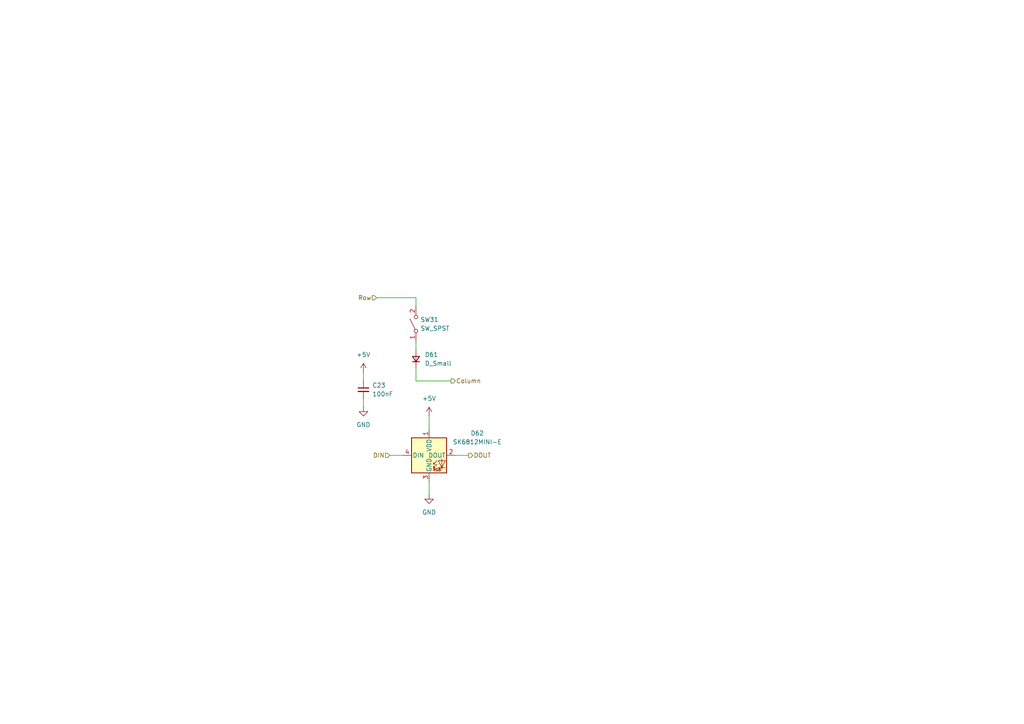
<source format=kicad_sch>
(kicad_sch (version 20250114) (generator "eeschema") (generator_version "9.0")
  (paper "A4")
  (lib_symbols
    (symbol "Device:C_Small" (pin_numbers (hide yes)) (pin_names (offset 0.254) (hide yes))
      (property "Reference" "C" (at 0.254 1.778 0))
      (property "Value" "C_Small" (at 0.254 -2.032 0))
      (symbol "C_Small_0_1"
        (polyline (pts (xy -1.524 0.508) (xy 1.524 0.508)) (stroke (width 0.3048)))
        (polyline (pts (xy -1.524 -0.508) (xy 1.524 -0.508)) (stroke (width 0.3302)))
      )
      (symbol "C_Small_1_1"
        (pin passive line (at 0 2.54 270) (length 2.032) (name "~") (number "1"))
        (pin passive line (at 0 -2.54 90) (length 2.032) (name "~") (number "2"))
      )
    )
    (symbol "Device:D_Small" (pin_numbers (hide yes)) (pin_names (offset 0.254) (hide yes))
      (property "Reference" "D" (at -1.27 2.032 0))
      (property "Value" "D_Small" (at -3.81 -2.032 0))
      (symbol "D_Small_0_1"
        (polyline (pts (xy -0.762 0) (xy 0.762 0)))
        (polyline (pts (xy -0.762 -1.016) (xy -0.762 1.016)) (stroke (width 0.254)))
        (polyline (pts (xy 0.762 -1.016) (xy -0.762 0) (xy 0.762 1.016) (xy 0.762 -1.016)) (stroke (width 0.254)))
      )
      (symbol "D_Small_1_1"
        (pin passive line (at -2.54 0 0) (length 1.778) (name "K") (number "1"))
        (pin passive line (at 2.54 0 180) (length 1.778) (name "A") (number "2"))
      )
    )
    (symbol "SW-Adafruit:SK6812MINI-E" (pin_names (offset 0.254))
      (property "Reference" "D" (at 5.08 5.715 0))
      (property "Value" "SK6812MINI-E" (at 1.27 -5.715 0))
      (symbol "SK6812MINI-E_0_0"
        (text "RGB" (at 2.286 -4.191 0) (effects (font (size 0.762 0.762))))
      )
      (symbol "SK6812MINI-E_0_1"
        (polyline (pts (xy 1.27 -2.54) (xy 1.778 -2.54)))
        (polyline (pts (xy 1.27 -3.556) (xy 1.778 -3.556)))
        (polyline (pts (xy 2.286 -1.524) (xy 1.27 -2.54) (xy 1.27 -2.032)))
        (polyline (pts (xy 2.286 -2.54) (xy 1.27 -3.556) (xy 1.27 -3.048)))
        (polyline (pts (xy 3.683 -1.016) (xy 3.683 -3.556) (xy 3.683 -4.064)))
        (polyline (pts (xy 4.699 -1.524) (xy 2.667 -1.524) (xy 3.683 -3.556) (xy 4.699 -1.524)))
        (polyline (pts (xy 4.699 -3.556) (xy 2.667 -3.556)))
        (rectangle (start 5.08 5.08) (end -5.08 -5.08) (stroke (width 0.254)) (fill (type background)))
      )
      (symbol "SK6812MINI-E_1_1"
        (pin input line (at -7.62 0 0) (length 2.54) (name "DIN") (number "4"))
        (pin power_in line (at 0 7.62 270) (length 2.54) (name "VDD") (number "1"))
        (pin power_in line (at 0 -7.62 90) (length 2.54) (name "GND") (number "3"))
        (pin output line (at 7.62 0 180) (length 2.54) (name "DOUT") (number "2"))
      )
    )
    (symbol "Switch:SW_SPST" (pin_names (offset 0) (hide yes))
      (property "Reference" "SW" (at 0 3.175 0))
      (property "Value" "SW_SPST" (at 0 -2.54 0))
      (symbol "SW_SPST_0_0"
        (circle (center -2.032 0) (radius 0.508))
        (polyline (pts (xy -1.524 0.254) (xy 1.524 1.778)))
        (circle (center 2.032 0) (radius 0.508))
      )
      (symbol "SW_SPST_1_1"
        (pin passive line (at -5.08 0 0) (length 2.54) (name "A") (number "1"))
        (pin passive line (at 5.08 0 180) (length 2.54) (name "B") (number "2"))
      )
    )
    (symbol "power:+5V" (power) (pin_numbers (hide yes)) (pin_names (offset 0) (hide yes))
      (property "Value" "+5V" (at 0 3.556 0))
      (symbol "+5V_0_1"
        (polyline (pts (xy -0.762 1.27) (xy 0 2.54)))
        (polyline (pts (xy 0 2.54) (xy 0.762 1.27)))
        (polyline (pts (xy 0 0) (xy 0 2.54)))
      )
      (symbol "+5V_1_1"
        (pin power_in line (at 0 0 90) (length 0) (name "~") (number "1"))
      )
    )
    (symbol "power:GND" (power) (pin_numbers (hide yes)) (pin_names (offset 0) (hide yes))
      (property "Value" "GND" (at 0 -3.81 0))
      (symbol "GND_0_1"
        (polyline (pts (xy 0 0) (xy 0 -1.27) (xy 1.27 -1.27) (xy 0 -2.54) (xy -1.27 -1.27) (xy 0 -1.27)))
      )
      (symbol "GND_1_1"
        (pin power_in line (at 0 0 270) (length 0) (name "~") (number "1"))
      )
    )
  )
  (wire (pts (xy 120.65 86.36) (xy 120.65 88.9)))
  (wire (pts (xy 120.65 110.49) (xy 130.81 110.49)))
  (wire (pts (xy 120.65 99.06) (xy 120.65 101.6)))
  (wire (pts (xy 132.08 132.08) (xy 135.89 132.08)))
  (wire (pts (xy 109.22 86.36) (xy 120.65 86.36)))
  (wire (pts (xy 113.03 132.08) (xy 116.84 132.08)))
  (wire (pts (xy 124.46 139.7) (xy 124.46 143.51)))
  (wire (pts (xy 124.46 120.65) (xy 124.46 124.46)))
  (wire (pts (xy 105.41 115.57) (xy 105.41 118.11)))
  (wire (pts (xy 105.41 107.95) (xy 105.41 110.49)))
  (wire (pts (xy 120.65 106.68) (xy 120.65 110.49)))
  (hierarchical_label "DOUT" (shape output) (at 135.89 132.08 0))
  (hierarchical_label "Column" (shape output) (at 130.81 110.49 0))
  (hierarchical_label "DIN" (shape input) (at 113.03 132.08 180))
  (hierarchical_label "Row" (shape input) (at 109.22 86.36 180))
  (symbol (lib_id "Device:D_Small") (at 120.65 104.14 90) (unit 1)
    (property "Reference" "D37" (at 123.19 102.8699 90) (effects (justify right)))
    (property "Value" "D_Small" (at 123.19 105.4099 90) (effects (justify right)))
    (property "Footprint" "Diode_SMD:D_SOD-123" (effects (hide yes)))
    (property "Description" "Diode, small symbol" (effects (hide yes)))
    (property "Sim.Device" "D" (effects (hide yes)))
    (property "Sim.Pins" "1=K 2=A" (effects (hide yes)))
    (instances (project "row_staggered_split_keyboard" (path "" (reference "D61") (unit 1)) (path "" (reference "D77") (unit 1)) (path "" (reference "D37") (unit 1)) (path "" (reference "D15") (unit 1)) (path "" (reference "D51") (unit 1)) (path "" (reference "D19") (unit 1)) (path "" (reference "D53") (unit 1)) (path "" (reference "D7") (unit 1)) (path "" (reference "D25") (unit 1)) (path "" (reference "D29") (unit 1)) (path "" (reference "D89") (unit 1)) (path "" (reference "D83") (unit 1)) (path "" (reference "D57") (unit 1)) (path "" (reference "D11") (unit 1)) (path "" (reference "D5") (unit 1)) (path "" (reference "D35") (unit 1)) (path "" (reference "D55") (unit 1)) (path "" (reference "D27") (unit 1)) (path "" (reference "D63") (unit 1)) (path "" (reference "D67") (unit 1)) (path "" (reference "D49") (unit 1)) (path "" (reference "D1") (unit 1)) (path "" (reference "D47") (unit 1)) (path "" (reference "D79") (unit 1)) (path "" (reference "D75") (unit 1)) (path "" (reference "D23") (unit 1)) (path "" (reference "D81") (unit 1)) (path "" (reference "D33") (unit 1)) (path "" (reference "D41") (unit 1)) (path "" (reference "D39") (unit 1)) (path "" (reference "D13") (unit 1)) (path "" (reference "D21") (unit 1)) (path "" (reference "D43") (unit 1)) (path "" (reference "D37") (unit 1)) (path "" (reference "D65") (unit 1))))
  )
  (symbol (lib_id "Switch:SW_SPST") (at 120.65 93.98 90) (unit 1)
    (property "Reference" "SW19" (at 121.92 92.7099 90) (effects (justify right)))
    (property "Value" "SW_SPST" (at 121.92 95.2499 90) (effects (justify right)))
    (property "Footprint" "PCM_Switch_Keyboard_Hotswap_Kailh:SW_Hotswap_Kailh_MX_1.75u" (effects (hide yes)))
    (property "Description" "Single Pole Single Throw (SPST) switch" (effects (hide yes)))
    (instances (project "row_staggered_split_keyboard" (path "" (reference "SW31") (unit 1)) (path "" (reference "SW39") (unit 1)) (path "" (reference "SW19") (unit 1)) (path "" (reference "SW8") (unit 1)) (path "" (reference "SW26") (unit 1)) (path "" (reference "SW10") (unit 1)) (path "" (reference "SW27") (unit 1)) (path "" (reference "SW4") (unit 1)) (path "" (reference "SW13") (unit 1)) (path "" (reference "SW15") (unit 1)) (path "" (reference "SW45") (unit 1)) (path "" (reference "SW42") (unit 1)) (path "" (reference "SW29") (unit 1)) (path "" (reference "SW6") (unit 1)) (path "" (reference "SW3") (unit 1)) (path "" (reference "SW18") (unit 1)) (path "" (reference "SW28") (unit 1)) (path "" (reference "SW14") (unit 1)) (path "" (reference "SW32") (unit 1)) (path "" (reference "SW34") (unit 1)) (path "" (reference "SW25") (unit 1)) (path "" (reference "SW1") (unit 1)) (path "" (reference "SW24") (unit 1)) (path "" (reference "SW40") (unit 1)) (path "" (reference "SW38") (unit 1)) (path "" (reference "SW12") (unit 1)) (path "" (reference "SW41") (unit 1)) (path "" (reference "SW17") (unit 1)) (path "" (reference "SW21") (unit 1)) (path "" (reference "SW20") (unit 1)) (path "" (reference "SW7") (unit 1)) (path "" (reference "SW11") (unit 1)) (path "" (reference "SW22") (unit 1)) (path "" (reference "SW19") (unit 1)) (path "" (reference "SW33") (unit 1))))
  )
  (symbol (lib_id "SW-Adafruit:SK6812MINI-E") (at 124.46 132.08 0) (unit 1)
    (property "Reference" "D38" (at 138.43 125.6598 0))
    (property "Value" "SK6812MINI-E" (at 138.43 128.1998 0))
    (property "Footprint" "SW-Adafruit:LED_SK6812MINI-E_REVERSE_MOUNT_3.2x2.8mm_P1.09mm" (effects (hide yes)))
    (property "Datasheet" "https://cdn-shop.adafruit.com/product-files/4960/4960_SK6812MINI-E_REV02_EN.pdf" (effects (hide yes)))
    (property "Description" "RGB LED with integrated controller" (effects (hide yes)))
    (instances (project "row_staggered_split_keyboard" (path "" (reference "D62") (unit 1)) (path "" (reference "D78") (unit 1)) (path "" (reference "D38") (unit 1)) (path "" (reference "D16") (unit 1)) (path "" (reference "D52") (unit 1)) (path "" (reference "D20") (unit 1)) (path "" (reference "D54") (unit 1)) (path "" (reference "D8") (unit 1)) (path "" (reference "D26") (unit 1)) (path "" (reference "D30") (unit 1)) (path "" (reference "D90") (unit 1)) (path "" (reference "D84") (unit 1)) (path "" (reference "D58") (unit 1)) (path "" (reference "D12") (unit 1)) (path "" (reference "D6") (unit 1)) (path "" (reference "D36") (unit 1)) (path "" (reference "D56") (unit 1)) (path "" (reference "D28") (unit 1)) (path "" (reference "D64") (unit 1)) (path "" (reference "D68") (unit 1)) (path "" (reference "D50") (unit 1)) (path "" (reference "D2") (unit 1)) (path "" (reference "D48") (unit 1)) (path "" (reference "D80") (unit 1)) (path "" (reference "D76") (unit 1)) (path "" (reference "D24") (unit 1)) (path "" (reference "D82") (unit 1)) (path "" (reference "D34") (unit 1)) (path "" (reference "D42") (unit 1)) (path "" (reference "D40") (unit 1)) (path "" (reference "D14") (unit 1)) (path "" (reference "D22") (unit 1)) (path "" (reference "D44") (unit 1)) (path "" (reference "D38") (unit 1)) (path "" (reference "D66") (unit 1))))
  )
  (symbol (lib_id "power:GND") (at 124.46 143.51 0) (unit 1)
    (property "Reference" "#PWR091" (effects (hide yes)))
    (property "Value" "GND" (at 124.46 148.59 0))
    (property "Description" "Power symbol creates a global label with name \"GND\" , ground" (effects (hide yes)))
    (instances (project "row_staggered_split_keyboard" (path "" (reference "#PWR071") (unit 1)) (path "" (reference "#PWR087") (unit 1)) (path "" (reference "#PWR091") (unit 1)) (path "" (reference "#PWR025") (unit 1)) (path "" (reference "#PWR061") (unit 1)) (path "" (reference "#PWR029") (unit 1)) (path "" (reference "#PWR063") (unit 1)) (path "" (reference "#PWR017") (unit 1)) (path "" (reference "#PWR035") (unit 1)) (path "" (reference "#PWR039") (unit 1)) (path "" (reference "#PWR099") (unit 1)) (path "" (reference "#PWR093") (unit 1)) (path "" (reference "#PWR067") (unit 1)) (path "" (reference "#PWR021") (unit 1)) (path "" (reference "#PWR015") (unit 1)) (path "" (reference "#PWR045") (unit 1)) (path "" (reference "#PWR065") (unit 1)) (path "" (reference "#PWR037") (unit 1)) (path "" (reference "#PWR073") (unit 1)) (path "" (reference "#PWR077") (unit 1)) (path "" (reference "#PWR059") (unit 1)) (path "" (reference "#PWR011") (unit 1)) (path "" (reference "#PWR057") (unit 1)) (path "" (reference "#PWR089") (unit 1)) (path "" (reference "#PWR085") (unit 1)) (path "" (reference "#PWR033") (unit 1)) (path "" (reference "#PWR091") (unit 1)) (path "" (reference "#PWR043") (unit 1)) (path "" (reference "#PWR051") (unit 1)) (path "" (reference "#PWR049") (unit 1)) (path "" (reference "#PWR023") (unit 1)) (path "" (reference "#PWR031") (unit 1)) (path "" (reference "#PWR053") (unit 1)) (path "" (reference "#PWR047") (unit 1)) (path "" (reference "#PWR075") (unit 1))))
  )
  (symbol (lib_id "Device:C_Small") (at 105.41 113.03 0) (unit 1)
    (property "Reference" "C23" (at 107.95 111.7662 0) (effects (justify left)))
    (property "Value" "100nF" (at 107.95 114.3062 0) (effects (justify left)))
    (property "Footprint" "Capacitor_SMD:C_0805_2012Metric_Pad1.18x1.45mm_HandSolder" (effects (hide yes)))
    (property "Description" "Unpolarized capacitor, small symbol" (effects (hide yes)))
  )
  (symbol (lib_id "power:+5V") (at 105.41 107.95 0) (unit 1)
    (property "Reference" "#PWR088" (effects (hide yes)))
    (property "Value" "+5V" (at 105.41 102.87 0))
    (property "Description" "Power symbol creates a global label with name \"+5V\"" (effects (hide yes)))
  )
  (symbol (lib_id "power:GND") (at 105.41 118.11 0) (unit 1)
    (property "Reference" "#PWR089" (effects (hide yes)))
    (property "Value" "GND" (at 105.41 123.19 0))
    (property "Description" "Power symbol creates a global label with name \"GND\" , ground" (effects (hide yes)))
  )
  (symbol (lib_id "power:+5V") (at 124.46 120.65 0) (unit 1)
    (property "Reference" "#PWR090" (effects (hide yes)))
    (property "Value" "+5V" (at 124.46 115.57 0))
    (property "Description" "Power symbol creates a global label with name \"+5V\"" (effects (hide yes)))
    (instances (project "row_staggered_split_keyboard" (path "" (reference "#PWR070") (unit 1)) (path "" (reference "#PWR086") (unit 1)) (path "" (reference "#PWR090") (unit 1)) (path "" (reference "#PWR024") (unit 1)) (path "" (reference "#PWR060") (unit 1)) (path "" (reference "#PWR028") (unit 1)) (path "" (reference "#PWR062") (unit 1)) (path "" (reference "#PWR016") (unit 1)) (path "" (reference "#PWR034") (unit 1)) (path "" (reference "#PWR038") (unit 1)) (path "" (reference "#PWR098") (unit 1)) (path "" (reference "#PWR092") (unit 1)) (path "" (reference "#PWR066") (unit 1)) (path "" (reference "#PWR020") (unit 1)) (path "" (reference "#PWR014") (unit 1)) (path "" (reference "#PWR044") (unit 1)) (path "" (reference "#PWR064") (unit 1)) (path "" (reference "#PWR036") (unit 1)) (path "" (reference "#PWR072") (unit 1)) (path "" (reference "#PWR076") (unit 1)) (path "" (reference "#PWR058") (unit 1)) (path "" (reference "#PWR010") (unit 1)) (path "" (reference "#PWR056") (unit 1)) (path "" (reference "#PWR088") (unit 1)) (path "" (reference "#PWR084") (unit 1)) (path "" (reference "#PWR032") (unit 1)) (path "" (reference "#PWR090") (unit 1)) (path "" (reference "#PWR042") (unit 1)) (path "" (reference "#PWR050") (unit 1)) (path "" (reference "#PWR048") (unit 1)) (path "" (reference "#PWR022") (unit 1)) (path "" (reference "#PWR030") (unit 1)) (path "" (reference "#PWR052") (unit 1)) (path "" (reference "#PWR046") (unit 1)) (path "" (reference "#PWR074") (unit 1))))
  )
)
</source>
